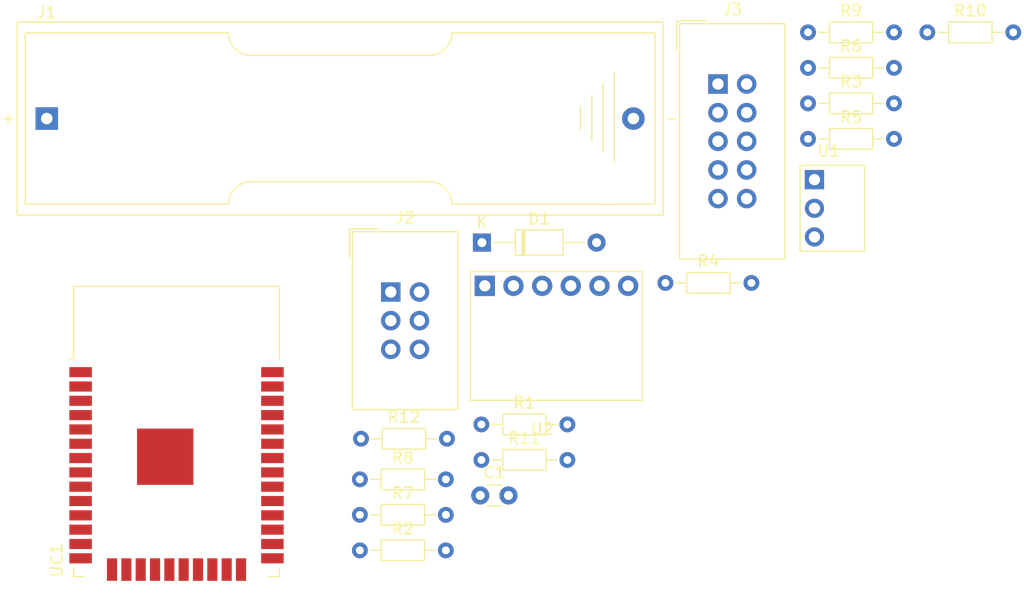
<source format=kicad_pcb>
(kicad_pcb (version 20171130) (host pcbnew "(5.1.5)-3")

  (general
    (thickness 1.6002)
    (drawings 0)
    (tracks 0)
    (zones 0)
    (modules 20)
    (nets 21)
  )

  (page A4)
  (layers
    (0 Front signal)
    (31 Back signal)
    (34 B.Paste user)
    (35 F.Paste user)
    (36 B.SilkS user)
    (37 F.SilkS user)
    (38 B.Mask user)
    (39 F.Mask user)
    (44 Edge.Cuts user)
    (45 Margin user)
    (46 B.CrtYd user)
    (47 F.CrtYd user)
    (49 F.Fab user)
  )

  (setup
    (last_trace_width 0.15875)
    (user_trace_width 0.15875)
    (user_trace_width 0.635)
    (trace_clearance 0.15875)
    (zone_clearance 0.508)
    (zone_45_only no)
    (trace_min 0.1)
    (via_size 0.8)
    (via_drill 0.4)
    (via_min_size 0.15875)
    (via_min_drill 0.2)
    (user_via 0.45 0.2)
    (user_via 0.8 0.4)
    (uvia_size 0.8)
    (uvia_drill 0.4)
    (uvias_allowed no)
    (uvia_min_size 0.2)
    (uvia_min_drill 0.1)
    (edge_width 0.1)
    (segment_width 0.1)
    (pcb_text_width 0.3)
    (pcb_text_size 1.5 1.5)
    (mod_edge_width 0.1)
    (mod_text_size 0.8 0.8)
    (mod_text_width 0.1)
    (pad_size 1.524 1.524)
    (pad_drill 0.762)
    (pad_to_mask_clearance 0)
    (solder_mask_min_width 0.1)
    (aux_axis_origin 0 0)
    (visible_elements 7FFFFFFF)
    (pcbplotparams
      (layerselection 0x010fc_ffffffff)
      (usegerberextensions false)
      (usegerberattributes false)
      (usegerberadvancedattributes false)
      (creategerberjobfile false)
      (excludeedgelayer true)
      (linewidth 0.100000)
      (plotframeref false)
      (viasonmask false)
      (mode 1)
      (useauxorigin false)
      (hpglpennumber 1)
      (hpglpenspeed 20)
      (hpglpendiameter 15.000000)
      (psnegative false)
      (psa4output false)
      (plotreference true)
      (plotvalue true)
      (plotinvisibletext false)
      (padsonsilk false)
      (subtractmaskfromsilk false)
      (outputformat 1)
      (mirror false)
      (drillshape 1)
      (scaleselection 1)
      (outputdirectory ""))
  )

  (net 0 "")
  (net 1 ESP_EN)
  (net 2 GND)
  (net 3 "Net-(D1-Pad2)")
  (net 4 +BATT)
  (net 5 ESP_IO0)
  (net 6 ESP_RXD)
  (net 7 ESP_TXD)
  (net 8 +3V3)
  (net 9 MTDI)
  (net 10 MTDO)
  (net 11 MTCK)
  (net 12 MTMS)
  (net 13 ESP_MTDI)
  (net 14 ESP_MTCK)
  (net 15 ESP_MTMS)
  (net 16 ESP_MTDO)
  (net 17 SDA)
  (net 18 SCL)
  (net 19 ESP_IO5)
  (net 20 ESP_IO2)

  (net_class Default "This is the default net class."
    (clearance 0.15875)
    (trace_width 0.15875)
    (via_dia 0.8)
    (via_drill 0.4)
    (uvia_dia 0.8)
    (uvia_drill 0.4)
    (diff_pair_width 0.25)
    (diff_pair_gap 0.25)
    (add_net +3V3)
    (add_net +BATT)
    (add_net ESP_EN)
    (add_net ESP_IO0)
    (add_net ESP_IO2)
    (add_net ESP_IO5)
    (add_net ESP_MTCK)
    (add_net ESP_MTDI)
    (add_net ESP_MTDO)
    (add_net ESP_MTMS)
    (add_net ESP_RXD)
    (add_net ESP_TXD)
    (add_net GND)
    (add_net MTCK)
    (add_net MTDI)
    (add_net MTDO)
    (add_net MTMS)
    (add_net "Net-(D1-Pad2)")
    (add_net "Net-(J3-Pad10)")
    (add_net "Net-(UC1-Pad10)")
    (add_net "Net-(UC1-Pad11)")
    (add_net "Net-(UC1-Pad12)")
    (add_net "Net-(UC1-Pad17)")
    (add_net "Net-(UC1-Pad18)")
    (add_net "Net-(UC1-Pad19)")
    (add_net "Net-(UC1-Pad20)")
    (add_net "Net-(UC1-Pad21)")
    (add_net "Net-(UC1-Pad22)")
    (add_net "Net-(UC1-Pad26)")
    (add_net "Net-(UC1-Pad27)")
    (add_net "Net-(UC1-Pad28)")
    (add_net "Net-(UC1-Pad30)")
    (add_net "Net-(UC1-Pad31)")
    (add_net "Net-(UC1-Pad32)")
    (add_net "Net-(UC1-Pad37)")
    (add_net "Net-(UC1-Pad5)")
    (add_net "Net-(UC1-Pad6)")
    (add_net "Net-(UC1-Pad7)")
    (add_net "Net-(UC1-Pad8)")
    (add_net "Net-(UC1-Pad9)")
    (add_net SCL)
    (add_net SDA)
  )

  (net_class Wide ""
    (clearance 0.635)
    (trace_width 0.635)
    (via_dia 0.8)
    (via_drill 0.4)
    (uvia_dia 0.8)
    (uvia_drill 0.4)
    (diff_pair_width 0.25)
    (diff_pair_gap 0.25)
  )

  (module Resistor_THT:R_Axial_DIN0204_L3.6mm_D1.6mm_P7.62mm_Horizontal (layer Front) (tedit 5AE5139B) (tstamp 5F5E94C4)
    (at 129.13 65.455)
    (descr "Resistor, Axial_DIN0204 series, Axial, Horizontal, pin pitch=7.62mm, 0.167W, length*diameter=3.6*1.6mm^2, http://cdn-reichelt.de/documents/datenblatt/B400/1_4W%23YAG.pdf")
    (tags "Resistor Axial_DIN0204 series Axial Horizontal pin pitch 7.62mm 0.167W length 3.6mm diameter 1.6mm")
    (path /5F5C0C1A)
    (fp_text reference R12 (at 3.81 -1.92) (layer F.SilkS)
      (effects (font (size 1 1) (thickness 0.15)))
    )
    (fp_text value ? (at 3.81 1.92) (layer F.Fab)
      (effects (font (size 1 1) (thickness 0.15)))
    )
    (fp_text user %R (at 3.81 0) (layer F.Fab)
      (effects (font (size 0.72 0.72) (thickness 0.108)))
    )
    (fp_line (start 8.57 -1.05) (end -0.95 -1.05) (layer F.CrtYd) (width 0.05))
    (fp_line (start 8.57 1.05) (end 8.57 -1.05) (layer F.CrtYd) (width 0.05))
    (fp_line (start -0.95 1.05) (end 8.57 1.05) (layer F.CrtYd) (width 0.05))
    (fp_line (start -0.95 -1.05) (end -0.95 1.05) (layer F.CrtYd) (width 0.05))
    (fp_line (start 6.68 0) (end 5.73 0) (layer F.SilkS) (width 0.12))
    (fp_line (start 0.94 0) (end 1.89 0) (layer F.SilkS) (width 0.12))
    (fp_line (start 5.73 -0.92) (end 1.89 -0.92) (layer F.SilkS) (width 0.12))
    (fp_line (start 5.73 0.92) (end 5.73 -0.92) (layer F.SilkS) (width 0.12))
    (fp_line (start 1.89 0.92) (end 5.73 0.92) (layer F.SilkS) (width 0.12))
    (fp_line (start 1.89 -0.92) (end 1.89 0.92) (layer F.SilkS) (width 0.12))
    (fp_line (start 7.62 0) (end 5.61 0) (layer F.Fab) (width 0.1))
    (fp_line (start 0 0) (end 2.01 0) (layer F.Fab) (width 0.1))
    (fp_line (start 5.61 -0.8) (end 2.01 -0.8) (layer F.Fab) (width 0.1))
    (fp_line (start 5.61 0.8) (end 5.61 -0.8) (layer F.Fab) (width 0.1))
    (fp_line (start 2.01 0.8) (end 5.61 0.8) (layer F.Fab) (width 0.1))
    (fp_line (start 2.01 -0.8) (end 2.01 0.8) (layer F.Fab) (width 0.1))
    (pad 2 thru_hole oval (at 7.62 0) (size 1.4 1.4) (drill 0.7) (layers *.Cu *.Mask)
      (net 1 ESP_EN))
    (pad 1 thru_hole circle (at 0 0) (size 1.4 1.4) (drill 0.7) (layers *.Cu *.Mask)
      (net 8 +3V3))
    (model ${KISYS3DMOD}/Resistor_THT.3dshapes/R_Axial_DIN0204_L3.6mm_D1.6mm_P7.62mm_Horizontal.wrl
      (at (xyz 0 0 0))
      (scale (xyz 1 1 1))
      (rotate (xyz 0 0 0))
    )
  )

  (module RF_Module:ESP32-WROOM-32 (layer Front) (tedit 5B5B4654) (tstamp 5F5E9654)
    (at 112.78 67.805)
    (descr "Single 2.4 GHz Wi-Fi and Bluetooth combo chip https://www.espressif.com/sites/default/files/documentation/esp32-wroom-32_datasheet_en.pdf")
    (tags "Single 2.4 GHz Wi-Fi and Bluetooth combo  chip")
    (path /5F5B8020)
    (attr smd)
    (fp_text reference UC1 (at -10.61 8.43 90) (layer F.SilkS)
      (effects (font (size 1 1) (thickness 0.15)))
    )
    (fp_text value ESP32-WROOM-32 (at 0 11.5) (layer F.Fab)
      (effects (font (size 1 1) (thickness 0.15)))
    )
    (fp_line (start -9.12 -9.445) (end -9.5 -9.445) (layer F.SilkS) (width 0.12))
    (fp_line (start -9.12 -15.865) (end -9.12 -9.445) (layer F.SilkS) (width 0.12))
    (fp_line (start 9.12 -15.865) (end 9.12 -9.445) (layer F.SilkS) (width 0.12))
    (fp_line (start -9.12 -15.865) (end 9.12 -15.865) (layer F.SilkS) (width 0.12))
    (fp_line (start 9.12 9.88) (end 8.12 9.88) (layer F.SilkS) (width 0.12))
    (fp_line (start 9.12 9.1) (end 9.12 9.88) (layer F.SilkS) (width 0.12))
    (fp_line (start -9.12 9.88) (end -8.12 9.88) (layer F.SilkS) (width 0.12))
    (fp_line (start -9.12 9.1) (end -9.12 9.88) (layer F.SilkS) (width 0.12))
    (fp_line (start 8.4 -20.6) (end 8.2 -20.4) (layer Cmts.User) (width 0.1))
    (fp_line (start 8.4 -16) (end 8.4 -20.6) (layer Cmts.User) (width 0.1))
    (fp_line (start 8.4 -20.6) (end 8.6 -20.4) (layer Cmts.User) (width 0.1))
    (fp_line (start 8.4 -16) (end 8.6 -16.2) (layer Cmts.User) (width 0.1))
    (fp_line (start 8.4 -16) (end 8.2 -16.2) (layer Cmts.User) (width 0.1))
    (fp_line (start -9.2 -13.875) (end -9.4 -14.075) (layer Cmts.User) (width 0.1))
    (fp_line (start -13.8 -13.875) (end -9.2 -13.875) (layer Cmts.User) (width 0.1))
    (fp_line (start -9.2 -13.875) (end -9.4 -13.675) (layer Cmts.User) (width 0.1))
    (fp_line (start -13.8 -13.875) (end -13.6 -13.675) (layer Cmts.User) (width 0.1))
    (fp_line (start -13.8 -13.875) (end -13.6 -14.075) (layer Cmts.User) (width 0.1))
    (fp_line (start 9.2 -13.875) (end 9.4 -13.675) (layer Cmts.User) (width 0.1))
    (fp_line (start 9.2 -13.875) (end 9.4 -14.075) (layer Cmts.User) (width 0.1))
    (fp_line (start 13.8 -13.875) (end 13.6 -13.675) (layer Cmts.User) (width 0.1))
    (fp_line (start 13.8 -13.875) (end 13.6 -14.075) (layer Cmts.User) (width 0.1))
    (fp_line (start 9.2 -13.875) (end 13.8 -13.875) (layer Cmts.User) (width 0.1))
    (fp_line (start 14 -11.585) (end 12 -9.97) (layer Dwgs.User) (width 0.1))
    (fp_line (start 14 -13.2) (end 10 -9.97) (layer Dwgs.User) (width 0.1))
    (fp_line (start 14 -14.815) (end 8 -9.97) (layer Dwgs.User) (width 0.1))
    (fp_line (start 14 -16.43) (end 6 -9.97) (layer Dwgs.User) (width 0.1))
    (fp_line (start 14 -18.045) (end 4 -9.97) (layer Dwgs.User) (width 0.1))
    (fp_line (start 14 -19.66) (end 2 -9.97) (layer Dwgs.User) (width 0.1))
    (fp_line (start 13.475 -20.75) (end 0 -9.97) (layer Dwgs.User) (width 0.1))
    (fp_line (start 11.475 -20.75) (end -2 -9.97) (layer Dwgs.User) (width 0.1))
    (fp_line (start 9.475 -20.75) (end -4 -9.97) (layer Dwgs.User) (width 0.1))
    (fp_line (start 7.475 -20.75) (end -6 -9.97) (layer Dwgs.User) (width 0.1))
    (fp_line (start -8 -9.97) (end 5.475 -20.75) (layer Dwgs.User) (width 0.1))
    (fp_line (start 3.475 -20.75) (end -10 -9.97) (layer Dwgs.User) (width 0.1))
    (fp_line (start 1.475 -20.75) (end -12 -9.97) (layer Dwgs.User) (width 0.1))
    (fp_line (start -0.525 -20.75) (end -14 -9.97) (layer Dwgs.User) (width 0.1))
    (fp_line (start -2.525 -20.75) (end -14 -11.585) (layer Dwgs.User) (width 0.1))
    (fp_line (start -4.525 -20.75) (end -14 -13.2) (layer Dwgs.User) (width 0.1))
    (fp_line (start -6.525 -20.75) (end -14 -14.815) (layer Dwgs.User) (width 0.1))
    (fp_line (start -8.525 -20.75) (end -14 -16.43) (layer Dwgs.User) (width 0.1))
    (fp_line (start -10.525 -20.75) (end -14 -18.045) (layer Dwgs.User) (width 0.1))
    (fp_line (start -12.525 -20.75) (end -14 -19.66) (layer Dwgs.User) (width 0.1))
    (fp_line (start 9.75 -9.72) (end 14.25 -9.72) (layer F.CrtYd) (width 0.05))
    (fp_line (start -14.25 -9.72) (end -9.75 -9.72) (layer F.CrtYd) (width 0.05))
    (fp_line (start 14.25 -21) (end 14.25 -9.72) (layer F.CrtYd) (width 0.05))
    (fp_line (start -14.25 -21) (end -14.25 -9.72) (layer F.CrtYd) (width 0.05))
    (fp_line (start 14 -20.75) (end -14 -20.75) (layer Dwgs.User) (width 0.1))
    (fp_line (start 14 -9.97) (end 14 -20.75) (layer Dwgs.User) (width 0.1))
    (fp_line (start 14 -9.97) (end -14 -9.97) (layer Dwgs.User) (width 0.1))
    (fp_line (start -9 -9.02) (end -8.5 -9.52) (layer F.Fab) (width 0.1))
    (fp_line (start -8.5 -9.52) (end -9 -10.02) (layer F.Fab) (width 0.1))
    (fp_line (start -9 -9.02) (end -9 9.76) (layer F.Fab) (width 0.1))
    (fp_line (start -14.25 -21) (end 14.25 -21) (layer F.CrtYd) (width 0.05))
    (fp_line (start 9.75 -9.72) (end 9.75 10.5) (layer F.CrtYd) (width 0.05))
    (fp_line (start -9.75 10.5) (end 9.75 10.5) (layer F.CrtYd) (width 0.05))
    (fp_line (start -9.75 10.5) (end -9.75 -9.72) (layer F.CrtYd) (width 0.05))
    (fp_line (start -9 -15.745) (end 9 -15.745) (layer F.Fab) (width 0.1))
    (fp_line (start -9 -15.745) (end -9 -10.02) (layer F.Fab) (width 0.1))
    (fp_line (start -9 9.76) (end 9 9.76) (layer F.Fab) (width 0.1))
    (fp_line (start 9 9.76) (end 9 -15.745) (layer F.Fab) (width 0.1))
    (fp_line (start -14 -9.97) (end -14 -20.75) (layer Dwgs.User) (width 0.1))
    (fp_text user "5 mm" (at 7.8 -19.075 90) (layer Cmts.User)
      (effects (font (size 0.5 0.5) (thickness 0.1)))
    )
    (fp_text user "5 mm" (at -11.2 -14.375) (layer Cmts.User)
      (effects (font (size 0.5 0.5) (thickness 0.1)))
    )
    (fp_text user "5 mm" (at 11.8 -14.375) (layer Cmts.User)
      (effects (font (size 0.5 0.5) (thickness 0.1)))
    )
    (fp_text user Antenna (at 0 -13) (layer Cmts.User)
      (effects (font (size 1 1) (thickness 0.15)))
    )
    (fp_text user "KEEP-OUT ZONE" (at 0 -19) (layer Cmts.User)
      (effects (font (size 1 1) (thickness 0.15)))
    )
    (fp_text user %R (at 0 0) (layer F.Fab)
      (effects (font (size 1 1) (thickness 0.15)))
    )
    (pad 38 smd rect (at 8.5 -8.255) (size 2 0.9) (layers Front F.Paste F.Mask)
      (net 2 GND))
    (pad 37 smd rect (at 8.5 -6.985) (size 2 0.9) (layers Front F.Paste F.Mask))
    (pad 36 smd rect (at 8.5 -5.715) (size 2 0.9) (layers Front F.Paste F.Mask)
      (net 18 SCL))
    (pad 35 smd rect (at 8.5 -4.445) (size 2 0.9) (layers Front F.Paste F.Mask)
      (net 7 ESP_TXD))
    (pad 34 smd rect (at 8.5 -3.175) (size 2 0.9) (layers Front F.Paste F.Mask)
      (net 6 ESP_RXD))
    (pad 33 smd rect (at 8.5 -1.905) (size 2 0.9) (layers Front F.Paste F.Mask)
      (net 17 SDA))
    (pad 32 smd rect (at 8.5 -0.635) (size 2 0.9) (layers Front F.Paste F.Mask))
    (pad 31 smd rect (at 8.5 0.635) (size 2 0.9) (layers Front F.Paste F.Mask))
    (pad 30 smd rect (at 8.5 1.905) (size 2 0.9) (layers Front F.Paste F.Mask))
    (pad 29 smd rect (at 8.5 3.175) (size 2 0.9) (layers Front F.Paste F.Mask)
      (net 19 ESP_IO5))
    (pad 28 smd rect (at 8.5 4.445) (size 2 0.9) (layers Front F.Paste F.Mask))
    (pad 27 smd rect (at 8.5 5.715) (size 2 0.9) (layers Front F.Paste F.Mask))
    (pad 26 smd rect (at 8.5 6.985) (size 2 0.9) (layers Front F.Paste F.Mask))
    (pad 25 smd rect (at 8.5 8.255) (size 2 0.9) (layers Front F.Paste F.Mask)
      (net 5 ESP_IO0))
    (pad 24 smd rect (at 5.715 9.255 90) (size 2 0.9) (layers Front F.Paste F.Mask)
      (net 20 ESP_IO2))
    (pad 23 smd rect (at 4.445 9.255 90) (size 2 0.9) (layers Front F.Paste F.Mask)
      (net 16 ESP_MTDO))
    (pad 22 smd rect (at 3.175 9.255 90) (size 2 0.9) (layers Front F.Paste F.Mask))
    (pad 21 smd rect (at 1.905 9.255 90) (size 2 0.9) (layers Front F.Paste F.Mask))
    (pad 20 smd rect (at 0.635 9.255 90) (size 2 0.9) (layers Front F.Paste F.Mask))
    (pad 19 smd rect (at -0.635 9.255 90) (size 2 0.9) (layers Front F.Paste F.Mask))
    (pad 18 smd rect (at -1.905 9.255 90) (size 2 0.9) (layers Front F.Paste F.Mask))
    (pad 17 smd rect (at -3.175 9.255 90) (size 2 0.9) (layers Front F.Paste F.Mask))
    (pad 16 smd rect (at -4.445 9.255 90) (size 2 0.9) (layers Front F.Paste F.Mask)
      (net 14 ESP_MTCK))
    (pad 15 smd rect (at -5.715 9.255 90) (size 2 0.9) (layers Front F.Paste F.Mask)
      (net 2 GND))
    (pad 14 smd rect (at -8.5 8.255) (size 2 0.9) (layers Front F.Paste F.Mask)
      (net 13 ESP_MTDI))
    (pad 13 smd rect (at -8.5 6.985) (size 2 0.9) (layers Front F.Paste F.Mask)
      (net 15 ESP_MTMS))
    (pad 12 smd rect (at -8.5 5.715) (size 2 0.9) (layers Front F.Paste F.Mask))
    (pad 11 smd rect (at -8.5 4.445) (size 2 0.9) (layers Front F.Paste F.Mask))
    (pad 10 smd rect (at -8.5 3.175) (size 2 0.9) (layers Front F.Paste F.Mask))
    (pad 9 smd rect (at -8.5 1.905) (size 2 0.9) (layers Front F.Paste F.Mask))
    (pad 8 smd rect (at -8.5 0.635) (size 2 0.9) (layers Front F.Paste F.Mask))
    (pad 7 smd rect (at -8.5 -0.635) (size 2 0.9) (layers Front F.Paste F.Mask))
    (pad 6 smd rect (at -8.5 -1.905) (size 2 0.9) (layers Front F.Paste F.Mask))
    (pad 5 smd rect (at -8.5 -3.175) (size 2 0.9) (layers Front F.Paste F.Mask))
    (pad 4 smd rect (at -8.5 -4.445) (size 2 0.9) (layers Front F.Paste F.Mask)
      (net 4 +BATT))
    (pad 3 smd rect (at -8.5 -5.715) (size 2 0.9) (layers Front F.Paste F.Mask)
      (net 1 ESP_EN))
    (pad 2 smd rect (at -8.5 -6.985) (size 2 0.9) (layers Front F.Paste F.Mask)
      (net 8 +3V3))
    (pad 1 smd rect (at -8.5 -8.255) (size 2 0.9) (layers Front F.Paste F.Mask)
      (net 2 GND))
    (pad 39 smd rect (at -1 -0.755) (size 5 5) (layers Front F.Paste F.Mask)
      (net 2 GND))
    (model ${KISYS3DMOD}/RF_Module.3dshapes/ESP32-WROOM-32.wrl
      (at (xyz 0 0 0))
      (scale (xyz 1 1 1))
      (rotate (xyz 0 0 0))
    )
  )

  (module BME280:BME-280-3.3v-Horizontal (layer Front) (tedit 5F5BD0B6) (tstamp 5F5E95E5)
    (at 145.185 56.97)
    (path /5F67420B)
    (fp_text reference U2 (at 0 7.62) (layer F.SilkS)
      (effects (font (size 1 1) (thickness 0.15)))
    )
    (fp_text value GY-BME280-3.3V (at 1.27 -1.27) (layer F.Fab)
      (effects (font (size 1 1) (thickness 0.15)))
    )
    (fp_line (start 8.89 -6.35) (end -6.35 -6.35) (layer F.SilkS) (width 0.12))
    (fp_line (start 8.89 5.08) (end 8.89 -6.35) (layer F.SilkS) (width 0.12))
    (fp_line (start -6.35 5.08) (end 8.89 5.08) (layer F.SilkS) (width 0.12))
    (fp_line (start -6.35 -6.35) (end -6.35 5.08) (layer F.SilkS) (width 0.12))
    (pad "" np_thru_hole circle (at 6.35 2.54) (size 3.2 3.2) (drill 3.2) (layers *.Cu *.Mask))
    (pad "" np_thru_hole circle (at -3.81 2.54) (size 3.2 3.2) (drill 3.2) (layers *.Cu *.Mask))
    (pad 6 thru_hole circle (at 7.62 -5.08) (size 1.8 1.8) (drill 1) (layers *.Cu *.Mask)
      (net 2 GND))
    (pad 5 thru_hole circle (at 5.08 -5.08) (size 1.8 1.8) (drill 1) (layers *.Cu *.Mask)
      (net 8 +3V3))
    (pad 4 thru_hole circle (at 2.54 -5.08) (size 1.8 1.8) (drill 1) (layers *.Cu *.Mask)
      (net 17 SDA))
    (pad 3 thru_hole circle (at 0 -5.08) (size 1.8 1.8) (drill 1) (layers *.Cu *.Mask)
      (net 18 SCL))
    (pad 2 thru_hole circle (at -2.54 -5.08) (size 1.8 1.8) (drill 1) (layers *.Cu *.Mask)
      (net 2 GND))
    (pad 1 thru_hole rect (at -5.08 -5.08) (size 1.8 1.8) (drill 1) (layers *.Cu *.Mask)
      (net 8 +3V3))
  )

  (module GH-Converter_DCDC:Converter_DCDC_Pololu_U1V5Fx_Vertical (layer Front) (tedit 5F5BF63D) (tstamp 5F5E95D5)
    (at 169.32 42.475)
    (descr https://www.pololu.com/file/0J1498/d24v5fx-step-down-voltage-regulator-dimensions.pdf)
    (tags "Pololu U1V10Fx")
    (path /5F5EF28A)
    (fp_text reference U1 (at 1.27 -2.54) (layer F.SilkS)
      (effects (font (size 1 1) (thickness 0.15)))
    )
    (fp_text value U1V10F3 (at 1.27 10.16 180) (layer F.Fab)
      (effects (font (size 1 1) (thickness 0.15)))
    )
    (fp_line (start -1.52 6.6) (end -1.52 -1.52) (layer F.CrtYd) (width 0.05))
    (fp_line (start 4.7 6.6) (end -1.52 6.6) (layer F.CrtYd) (width 0.05))
    (fp_line (start 4.7 -1.52) (end 4.7 6.6) (layer F.CrtYd) (width 0.05))
    (fp_line (start -1.52 -1.52) (end 4.7 -1.52) (layer F.CrtYd) (width 0.05))
    (fp_text user %R (at 1.27 3.81) (layer F.Fab)
      (effects (font (size 1 1) (thickness 0.15)))
    )
    (fp_line (start 4.445 -1.27) (end -1.27 -1.27) (layer F.Fab) (width 0.1))
    (fp_line (start 4.445 6.35) (end 4.445 -1.27) (layer F.Fab) (width 0.1))
    (fp_line (start -1.27 6.35) (end 4.445 6.35) (layer F.Fab) (width 0.1))
    (fp_line (start -1.27 -1.27) (end -1.27 6.35) (layer F.Fab) (width 0.1))
    (fp_line (start 4.445 -1.27) (end -1.27 -1.27) (layer F.SilkS) (width 0.12))
    (fp_line (start 4.445 6.35) (end 4.445 -1.27) (layer F.SilkS) (width 0.12))
    (fp_line (start -1.27 6.35) (end 4.445 6.35) (layer F.SilkS) (width 0.12))
    (fp_line (start -1.27 -1.27) (end -1.27 6.35) (layer F.SilkS) (width 0.12))
    (pad 3 thru_hole circle (at 0 5.08 270) (size 1.7 1.7) (drill 1) (layers *.Cu *.Mask)
      (net 8 +3V3))
    (pad 2 thru_hole circle (at 0 2.54 270) (size 1.7 1.7) (drill 1) (layers *.Cu *.Mask)
      (net 2 GND))
    (pad 1 thru_hole rect (at 0 0 270) (size 1.7 1.7) (drill 1) (layers *.Cu *.Mask)
      (net 4 +BATT))
    (model ${KISYS3DMOD}/Converter_DCDC.3dshapes/Converter_DCDC_Pololu_U1V10Fx.step
      (offset (xyz 2.54 1.27 2.794))
      (scale (xyz 1 1 1))
      (rotate (xyz -90 0 90))
    )
    (model ${KISYS3DMOD}/Connector_PinHeader_2.54mm.3dshapes/PinHeader_1x03_P2.54mm_Horizontal.step
      (offset (xyz 1.27 -5.08 4.064))
      (scale (xyz 1 1 1))
      (rotate (xyz 0 -90 180))
    )
  )

  (module Resistor_THT:R_Axial_DIN0204_L3.6mm_D1.6mm_P7.62mm_Horizontal (layer Front) (tedit 5AE5139B) (tstamp 5F5E95C1)
    (at 139.8 67.335)
    (descr "Resistor, Axial_DIN0204 series, Axial, Horizontal, pin pitch=7.62mm, 0.167W, length*diameter=3.6*1.6mm^2, http://cdn-reichelt.de/documents/datenblatt/B400/1_4W%23YAG.pdf")
    (tags "Resistor Axial_DIN0204 series Axial Horizontal pin pitch 7.62mm 0.167W length 3.6mm diameter 1.6mm")
    (path /5F783071)
    (fp_text reference R11 (at 3.81 -1.92) (layer F.SilkS)
      (effects (font (size 1 1) (thickness 0.15)))
    )
    (fp_text value 10kR (at 3.81 1.92) (layer F.Fab)
      (effects (font (size 1 1) (thickness 0.15)))
    )
    (fp_text user %R (at 3.81 0) (layer F.Fab)
      (effects (font (size 0.72 0.72) (thickness 0.108)))
    )
    (fp_line (start 8.57 -1.05) (end -0.95 -1.05) (layer F.CrtYd) (width 0.05))
    (fp_line (start 8.57 1.05) (end 8.57 -1.05) (layer F.CrtYd) (width 0.05))
    (fp_line (start -0.95 1.05) (end 8.57 1.05) (layer F.CrtYd) (width 0.05))
    (fp_line (start -0.95 -1.05) (end -0.95 1.05) (layer F.CrtYd) (width 0.05))
    (fp_line (start 6.68 0) (end 5.73 0) (layer F.SilkS) (width 0.12))
    (fp_line (start 0.94 0) (end 1.89 0) (layer F.SilkS) (width 0.12))
    (fp_line (start 5.73 -0.92) (end 1.89 -0.92) (layer F.SilkS) (width 0.12))
    (fp_line (start 5.73 0.92) (end 5.73 -0.92) (layer F.SilkS) (width 0.12))
    (fp_line (start 1.89 0.92) (end 5.73 0.92) (layer F.SilkS) (width 0.12))
    (fp_line (start 1.89 -0.92) (end 1.89 0.92) (layer F.SilkS) (width 0.12))
    (fp_line (start 7.62 0) (end 5.61 0) (layer F.Fab) (width 0.1))
    (fp_line (start 0 0) (end 2.01 0) (layer F.Fab) (width 0.1))
    (fp_line (start 5.61 -0.8) (end 2.01 -0.8) (layer F.Fab) (width 0.1))
    (fp_line (start 5.61 0.8) (end 5.61 -0.8) (layer F.Fab) (width 0.1))
    (fp_line (start 2.01 0.8) (end 5.61 0.8) (layer F.Fab) (width 0.1))
    (fp_line (start 2.01 -0.8) (end 2.01 0.8) (layer F.Fab) (width 0.1))
    (pad 2 thru_hole oval (at 7.62 0) (size 1.4 1.4) (drill 0.7) (layers *.Cu *.Mask)
      (net 20 ESP_IO2))
    (pad 1 thru_hole circle (at 0 0) (size 1.4 1.4) (drill 0.7) (layers *.Cu *.Mask)
      (net 2 GND))
    (model ${KISYS3DMOD}/Resistor_THT.3dshapes/R_Axial_DIN0204_L3.6mm_D1.6mm_P7.62mm_Horizontal.wrl
      (at (xyz 0 0 0))
      (scale (xyz 1 1 1))
      (rotate (xyz 0 0 0))
    )
  )

  (module Resistor_THT:R_Axial_DIN0204_L3.6mm_D1.6mm_P7.62mm_Horizontal (layer Front) (tedit 5AE5139B) (tstamp 5F5E95AA)
    (at 179.32 29.405)
    (descr "Resistor, Axial_DIN0204 series, Axial, Horizontal, pin pitch=7.62mm, 0.167W, length*diameter=3.6*1.6mm^2, http://cdn-reichelt.de/documents/datenblatt/B400/1_4W%23YAG.pdf")
    (tags "Resistor Axial_DIN0204 series Axial Horizontal pin pitch 7.62mm 0.167W length 3.6mm diameter 1.6mm")
    (path /5F78278A)
    (fp_text reference R10 (at 3.81 -1.92) (layer F.SilkS)
      (effects (font (size 1 1) (thickness 0.15)))
    )
    (fp_text value 10kR (at 3.81 1.92) (layer F.Fab)
      (effects (font (size 1 1) (thickness 0.15)))
    )
    (fp_text user %R (at 3.81 0) (layer F.Fab)
      (effects (font (size 0.72 0.72) (thickness 0.108)))
    )
    (fp_line (start 8.57 -1.05) (end -0.95 -1.05) (layer F.CrtYd) (width 0.05))
    (fp_line (start 8.57 1.05) (end 8.57 -1.05) (layer F.CrtYd) (width 0.05))
    (fp_line (start -0.95 1.05) (end 8.57 1.05) (layer F.CrtYd) (width 0.05))
    (fp_line (start -0.95 -1.05) (end -0.95 1.05) (layer F.CrtYd) (width 0.05))
    (fp_line (start 6.68 0) (end 5.73 0) (layer F.SilkS) (width 0.12))
    (fp_line (start 0.94 0) (end 1.89 0) (layer F.SilkS) (width 0.12))
    (fp_line (start 5.73 -0.92) (end 1.89 -0.92) (layer F.SilkS) (width 0.12))
    (fp_line (start 5.73 0.92) (end 5.73 -0.92) (layer F.SilkS) (width 0.12))
    (fp_line (start 1.89 0.92) (end 5.73 0.92) (layer F.SilkS) (width 0.12))
    (fp_line (start 1.89 -0.92) (end 1.89 0.92) (layer F.SilkS) (width 0.12))
    (fp_line (start 7.62 0) (end 5.61 0) (layer F.Fab) (width 0.1))
    (fp_line (start 0 0) (end 2.01 0) (layer F.Fab) (width 0.1))
    (fp_line (start 5.61 -0.8) (end 2.01 -0.8) (layer F.Fab) (width 0.1))
    (fp_line (start 5.61 0.8) (end 5.61 -0.8) (layer F.Fab) (width 0.1))
    (fp_line (start 2.01 0.8) (end 5.61 0.8) (layer F.Fab) (width 0.1))
    (fp_line (start 2.01 -0.8) (end 2.01 0.8) (layer F.Fab) (width 0.1))
    (pad 2 thru_hole oval (at 7.62 0) (size 1.4 1.4) (drill 0.7) (layers *.Cu *.Mask)
      (net 13 ESP_MTDI))
    (pad 1 thru_hole circle (at 0 0) (size 1.4 1.4) (drill 0.7) (layers *.Cu *.Mask)
      (net 2 GND))
    (model ${KISYS3DMOD}/Resistor_THT.3dshapes/R_Axial_DIN0204_L3.6mm_D1.6mm_P7.62mm_Horizontal.wrl
      (at (xyz 0 0 0))
      (scale (xyz 1 1 1))
      (rotate (xyz 0 0 0))
    )
  )

  (module Resistor_THT:R_Axial_DIN0204_L3.6mm_D1.6mm_P7.62mm_Horizontal (layer Front) (tedit 5AE5139B) (tstamp 5F5E9593)
    (at 168.75 29.405)
    (descr "Resistor, Axial_DIN0204 series, Axial, Horizontal, pin pitch=7.62mm, 0.167W, length*diameter=3.6*1.6mm^2, http://cdn-reichelt.de/documents/datenblatt/B400/1_4W%23YAG.pdf")
    (tags "Resistor Axial_DIN0204 series Axial Horizontal pin pitch 7.62mm 0.167W length 3.6mm diameter 1.6mm")
    (path /5F6949B3)
    (fp_text reference R9 (at 3.81 -1.92) (layer F.SilkS)
      (effects (font (size 1 1) (thickness 0.15)))
    )
    (fp_text value 10kR (at 3.81 1.92) (layer F.Fab)
      (effects (font (size 1 1) (thickness 0.15)))
    )
    (fp_text user %R (at 3.81 0) (layer F.Fab)
      (effects (font (size 0.72 0.72) (thickness 0.108)))
    )
    (fp_line (start 8.57 -1.05) (end -0.95 -1.05) (layer F.CrtYd) (width 0.05))
    (fp_line (start 8.57 1.05) (end 8.57 -1.05) (layer F.CrtYd) (width 0.05))
    (fp_line (start -0.95 1.05) (end 8.57 1.05) (layer F.CrtYd) (width 0.05))
    (fp_line (start -0.95 -1.05) (end -0.95 1.05) (layer F.CrtYd) (width 0.05))
    (fp_line (start 6.68 0) (end 5.73 0) (layer F.SilkS) (width 0.12))
    (fp_line (start 0.94 0) (end 1.89 0) (layer F.SilkS) (width 0.12))
    (fp_line (start 5.73 -0.92) (end 1.89 -0.92) (layer F.SilkS) (width 0.12))
    (fp_line (start 5.73 0.92) (end 5.73 -0.92) (layer F.SilkS) (width 0.12))
    (fp_line (start 1.89 0.92) (end 5.73 0.92) (layer F.SilkS) (width 0.12))
    (fp_line (start 1.89 -0.92) (end 1.89 0.92) (layer F.SilkS) (width 0.12))
    (fp_line (start 7.62 0) (end 5.61 0) (layer F.Fab) (width 0.1))
    (fp_line (start 0 0) (end 2.01 0) (layer F.Fab) (width 0.1))
    (fp_line (start 5.61 -0.8) (end 2.01 -0.8) (layer F.Fab) (width 0.1))
    (fp_line (start 5.61 0.8) (end 5.61 -0.8) (layer F.Fab) (width 0.1))
    (fp_line (start 2.01 0.8) (end 5.61 0.8) (layer F.Fab) (width 0.1))
    (fp_line (start 2.01 -0.8) (end 2.01 0.8) (layer F.Fab) (width 0.1))
    (pad 2 thru_hole oval (at 7.62 0) (size 1.4 1.4) (drill 0.7) (layers *.Cu *.Mask)
      (net 19 ESP_IO5))
    (pad 1 thru_hole circle (at 0 0) (size 1.4 1.4) (drill 0.7) (layers *.Cu *.Mask)
      (net 8 +3V3))
    (model ${KISYS3DMOD}/Resistor_THT.3dshapes/R_Axial_DIN0204_L3.6mm_D1.6mm_P7.62mm_Horizontal.wrl
      (at (xyz 0 0 0))
      (scale (xyz 1 1 1))
      (rotate (xyz 0 0 0))
    )
  )

  (module Resistor_THT:R_Axial_DIN0204_L3.6mm_D1.6mm_P7.62mm_Horizontal (layer Front) (tedit 5AE5139B) (tstamp 5F5E957C)
    (at 129.03 69.055)
    (descr "Resistor, Axial_DIN0204 series, Axial, Horizontal, pin pitch=7.62mm, 0.167W, length*diameter=3.6*1.6mm^2, http://cdn-reichelt.de/documents/datenblatt/B400/1_4W%23YAG.pdf")
    (tags "Resistor Axial_DIN0204 series Axial Horizontal pin pitch 7.62mm 0.167W length 3.6mm diameter 1.6mm")
    (path /5F693867)
    (fp_text reference R8 (at 3.81 -1.92) (layer F.SilkS)
      (effects (font (size 1 1) (thickness 0.15)))
    )
    (fp_text value 10kR (at 3.81 1.92) (layer F.Fab)
      (effects (font (size 1 1) (thickness 0.15)))
    )
    (fp_text user %R (at 3.81 0) (layer F.Fab)
      (effects (font (size 0.72 0.72) (thickness 0.108)))
    )
    (fp_line (start 8.57 -1.05) (end -0.95 -1.05) (layer F.CrtYd) (width 0.05))
    (fp_line (start 8.57 1.05) (end 8.57 -1.05) (layer F.CrtYd) (width 0.05))
    (fp_line (start -0.95 1.05) (end 8.57 1.05) (layer F.CrtYd) (width 0.05))
    (fp_line (start -0.95 -1.05) (end -0.95 1.05) (layer F.CrtYd) (width 0.05))
    (fp_line (start 6.68 0) (end 5.73 0) (layer F.SilkS) (width 0.12))
    (fp_line (start 0.94 0) (end 1.89 0) (layer F.SilkS) (width 0.12))
    (fp_line (start 5.73 -0.92) (end 1.89 -0.92) (layer F.SilkS) (width 0.12))
    (fp_line (start 5.73 0.92) (end 5.73 -0.92) (layer F.SilkS) (width 0.12))
    (fp_line (start 1.89 0.92) (end 5.73 0.92) (layer F.SilkS) (width 0.12))
    (fp_line (start 1.89 -0.92) (end 1.89 0.92) (layer F.SilkS) (width 0.12))
    (fp_line (start 7.62 0) (end 5.61 0) (layer F.Fab) (width 0.1))
    (fp_line (start 0 0) (end 2.01 0) (layer F.Fab) (width 0.1))
    (fp_line (start 5.61 -0.8) (end 2.01 -0.8) (layer F.Fab) (width 0.1))
    (fp_line (start 5.61 0.8) (end 5.61 -0.8) (layer F.Fab) (width 0.1))
    (fp_line (start 2.01 0.8) (end 5.61 0.8) (layer F.Fab) (width 0.1))
    (fp_line (start 2.01 -0.8) (end 2.01 0.8) (layer F.Fab) (width 0.1))
    (pad 2 thru_hole oval (at 7.62 0) (size 1.4 1.4) (drill 0.7) (layers *.Cu *.Mask)
      (net 5 ESP_IO0))
    (pad 1 thru_hole circle (at 0 0) (size 1.4 1.4) (drill 0.7) (layers *.Cu *.Mask)
      (net 8 +3V3))
    (model ${KISYS3DMOD}/Resistor_THT.3dshapes/R_Axial_DIN0204_L3.6mm_D1.6mm_P7.62mm_Horizontal.wrl
      (at (xyz 0 0 0))
      (scale (xyz 1 1 1))
      (rotate (xyz 0 0 0))
    )
  )

  (module Resistor_THT:R_Axial_DIN0204_L3.6mm_D1.6mm_P7.62mm_Horizontal (layer Front) (tedit 5AE5139B) (tstamp 5F5E9565)
    (at 129.03 72.205)
    (descr "Resistor, Axial_DIN0204 series, Axial, Horizontal, pin pitch=7.62mm, 0.167W, length*diameter=3.6*1.6mm^2, http://cdn-reichelt.de/documents/datenblatt/B400/1_4W%23YAG.pdf")
    (tags "Resistor Axial_DIN0204 series Axial Horizontal pin pitch 7.62mm 0.167W length 3.6mm diameter 1.6mm")
    (path /5F692D3E)
    (fp_text reference R7 (at 3.81 -1.92) (layer F.SilkS)
      (effects (font (size 1 1) (thickness 0.15)))
    )
    (fp_text value 10kR (at 3.81 1.92) (layer F.Fab)
      (effects (font (size 1 1) (thickness 0.15)))
    )
    (fp_text user %R (at 3.81 0) (layer F.Fab)
      (effects (font (size 0.72 0.72) (thickness 0.108)))
    )
    (fp_line (start 8.57 -1.05) (end -0.95 -1.05) (layer F.CrtYd) (width 0.05))
    (fp_line (start 8.57 1.05) (end 8.57 -1.05) (layer F.CrtYd) (width 0.05))
    (fp_line (start -0.95 1.05) (end 8.57 1.05) (layer F.CrtYd) (width 0.05))
    (fp_line (start -0.95 -1.05) (end -0.95 1.05) (layer F.CrtYd) (width 0.05))
    (fp_line (start 6.68 0) (end 5.73 0) (layer F.SilkS) (width 0.12))
    (fp_line (start 0.94 0) (end 1.89 0) (layer F.SilkS) (width 0.12))
    (fp_line (start 5.73 -0.92) (end 1.89 -0.92) (layer F.SilkS) (width 0.12))
    (fp_line (start 5.73 0.92) (end 5.73 -0.92) (layer F.SilkS) (width 0.12))
    (fp_line (start 1.89 0.92) (end 5.73 0.92) (layer F.SilkS) (width 0.12))
    (fp_line (start 1.89 -0.92) (end 1.89 0.92) (layer F.SilkS) (width 0.12))
    (fp_line (start 7.62 0) (end 5.61 0) (layer F.Fab) (width 0.1))
    (fp_line (start 0 0) (end 2.01 0) (layer F.Fab) (width 0.1))
    (fp_line (start 5.61 -0.8) (end 2.01 -0.8) (layer F.Fab) (width 0.1))
    (fp_line (start 5.61 0.8) (end 5.61 -0.8) (layer F.Fab) (width 0.1))
    (fp_line (start 2.01 0.8) (end 5.61 0.8) (layer F.Fab) (width 0.1))
    (fp_line (start 2.01 -0.8) (end 2.01 0.8) (layer F.Fab) (width 0.1))
    (pad 2 thru_hole oval (at 7.62 0) (size 1.4 1.4) (drill 0.7) (layers *.Cu *.Mask)
      (net 16 ESP_MTDO))
    (pad 1 thru_hole circle (at 0 0) (size 1.4 1.4) (drill 0.7) (layers *.Cu *.Mask)
      (net 8 +3V3))
    (model ${KISYS3DMOD}/Resistor_THT.3dshapes/R_Axial_DIN0204_L3.6mm_D1.6mm_P7.62mm_Horizontal.wrl
      (at (xyz 0 0 0))
      (scale (xyz 1 1 1))
      (rotate (xyz 0 0 0))
    )
  )

  (module Resistor_THT:R_Axial_DIN0204_L3.6mm_D1.6mm_P7.62mm_Horizontal (layer Front) (tedit 5AE5139B) (tstamp 5F5E954E)
    (at 168.75 32.555)
    (descr "Resistor, Axial_DIN0204 series, Axial, Horizontal, pin pitch=7.62mm, 0.167W, length*diameter=3.6*1.6mm^2, http://cdn-reichelt.de/documents/datenblatt/B400/1_4W%23YAG.pdf")
    (tags "Resistor Axial_DIN0204 series Axial Horizontal pin pitch 7.62mm 0.167W length 3.6mm diameter 1.6mm")
    (path /5F683A48)
    (fp_text reference R6 (at 3.81 -1.92) (layer F.SilkS)
      (effects (font (size 1 1) (thickness 0.15)))
    )
    (fp_text value 10kR (at 3.81 1.92) (layer F.Fab)
      (effects (font (size 1 1) (thickness 0.15)))
    )
    (fp_text user %R (at 3.81 0) (layer F.Fab)
      (effects (font (size 0.72 0.72) (thickness 0.108)))
    )
    (fp_line (start 8.57 -1.05) (end -0.95 -1.05) (layer F.CrtYd) (width 0.05))
    (fp_line (start 8.57 1.05) (end 8.57 -1.05) (layer F.CrtYd) (width 0.05))
    (fp_line (start -0.95 1.05) (end 8.57 1.05) (layer F.CrtYd) (width 0.05))
    (fp_line (start -0.95 -1.05) (end -0.95 1.05) (layer F.CrtYd) (width 0.05))
    (fp_line (start 6.68 0) (end 5.73 0) (layer F.SilkS) (width 0.12))
    (fp_line (start 0.94 0) (end 1.89 0) (layer F.SilkS) (width 0.12))
    (fp_line (start 5.73 -0.92) (end 1.89 -0.92) (layer F.SilkS) (width 0.12))
    (fp_line (start 5.73 0.92) (end 5.73 -0.92) (layer F.SilkS) (width 0.12))
    (fp_line (start 1.89 0.92) (end 5.73 0.92) (layer F.SilkS) (width 0.12))
    (fp_line (start 1.89 -0.92) (end 1.89 0.92) (layer F.SilkS) (width 0.12))
    (fp_line (start 7.62 0) (end 5.61 0) (layer F.Fab) (width 0.1))
    (fp_line (start 0 0) (end 2.01 0) (layer F.Fab) (width 0.1))
    (fp_line (start 5.61 -0.8) (end 2.01 -0.8) (layer F.Fab) (width 0.1))
    (fp_line (start 5.61 0.8) (end 5.61 -0.8) (layer F.Fab) (width 0.1))
    (fp_line (start 2.01 0.8) (end 5.61 0.8) (layer F.Fab) (width 0.1))
    (fp_line (start 2.01 -0.8) (end 2.01 0.8) (layer F.Fab) (width 0.1))
    (pad 2 thru_hole oval (at 7.62 0) (size 1.4 1.4) (drill 0.7) (layers *.Cu *.Mask)
      (net 18 SCL))
    (pad 1 thru_hole circle (at 0 0) (size 1.4 1.4) (drill 0.7) (layers *.Cu *.Mask)
      (net 8 +3V3))
    (model ${KISYS3DMOD}/Resistor_THT.3dshapes/R_Axial_DIN0204_L3.6mm_D1.6mm_P7.62mm_Horizontal.wrl
      (at (xyz 0 0 0))
      (scale (xyz 1 1 1))
      (rotate (xyz 0 0 0))
    )
  )

  (module Resistor_THT:R_Axial_DIN0204_L3.6mm_D1.6mm_P7.62mm_Horizontal (layer Front) (tedit 5AE5139B) (tstamp 5F5E9537)
    (at 168.75 38.855)
    (descr "Resistor, Axial_DIN0204 series, Axial, Horizontal, pin pitch=7.62mm, 0.167W, length*diameter=3.6*1.6mm^2, http://cdn-reichelt.de/documents/datenblatt/B400/1_4W%23YAG.pdf")
    (tags "Resistor Axial_DIN0204 series Axial Horizontal pin pitch 7.62mm 0.167W length 3.6mm diameter 1.6mm")
    (path /5F682EF4)
    (fp_text reference R5 (at 3.81 -1.92) (layer F.SilkS)
      (effects (font (size 1 1) (thickness 0.15)))
    )
    (fp_text value 10kR (at 3.81 1.92) (layer F.Fab)
      (effects (font (size 1 1) (thickness 0.15)))
    )
    (fp_text user %R (at 3.81 0) (layer F.Fab)
      (effects (font (size 0.72 0.72) (thickness 0.108)))
    )
    (fp_line (start 8.57 -1.05) (end -0.95 -1.05) (layer F.CrtYd) (width 0.05))
    (fp_line (start 8.57 1.05) (end 8.57 -1.05) (layer F.CrtYd) (width 0.05))
    (fp_line (start -0.95 1.05) (end 8.57 1.05) (layer F.CrtYd) (width 0.05))
    (fp_line (start -0.95 -1.05) (end -0.95 1.05) (layer F.CrtYd) (width 0.05))
    (fp_line (start 6.68 0) (end 5.73 0) (layer F.SilkS) (width 0.12))
    (fp_line (start 0.94 0) (end 1.89 0) (layer F.SilkS) (width 0.12))
    (fp_line (start 5.73 -0.92) (end 1.89 -0.92) (layer F.SilkS) (width 0.12))
    (fp_line (start 5.73 0.92) (end 5.73 -0.92) (layer F.SilkS) (width 0.12))
    (fp_line (start 1.89 0.92) (end 5.73 0.92) (layer F.SilkS) (width 0.12))
    (fp_line (start 1.89 -0.92) (end 1.89 0.92) (layer F.SilkS) (width 0.12))
    (fp_line (start 7.62 0) (end 5.61 0) (layer F.Fab) (width 0.1))
    (fp_line (start 0 0) (end 2.01 0) (layer F.Fab) (width 0.1))
    (fp_line (start 5.61 -0.8) (end 2.01 -0.8) (layer F.Fab) (width 0.1))
    (fp_line (start 5.61 0.8) (end 5.61 -0.8) (layer F.Fab) (width 0.1))
    (fp_line (start 2.01 0.8) (end 5.61 0.8) (layer F.Fab) (width 0.1))
    (fp_line (start 2.01 -0.8) (end 2.01 0.8) (layer F.Fab) (width 0.1))
    (pad 2 thru_hole oval (at 7.62 0) (size 1.4 1.4) (drill 0.7) (layers *.Cu *.Mask)
      (net 17 SDA))
    (pad 1 thru_hole circle (at 0 0) (size 1.4 1.4) (drill 0.7) (layers *.Cu *.Mask)
      (net 8 +3V3))
    (model ${KISYS3DMOD}/Resistor_THT.3dshapes/R_Axial_DIN0204_L3.6mm_D1.6mm_P7.62mm_Horizontal.wrl
      (at (xyz 0 0 0))
      (scale (xyz 1 1 1))
      (rotate (xyz 0 0 0))
    )
  )

  (module Resistor_THT:R_Axial_DIN0204_L3.6mm_D1.6mm_P7.62mm_Horizontal (layer Front) (tedit 5AE5139B) (tstamp 5F5E9520)
    (at 156.11 51.635)
    (descr "Resistor, Axial_DIN0204 series, Axial, Horizontal, pin pitch=7.62mm, 0.167W, length*diameter=3.6*1.6mm^2, http://cdn-reichelt.de/documents/datenblatt/B400/1_4W%23YAG.pdf")
    (tags "Resistor Axial_DIN0204 series Axial Horizontal pin pitch 7.62mm 0.167W length 3.6mm diameter 1.6mm")
    (path /5F5C235F)
    (fp_text reference R4 (at 3.81 -1.92) (layer F.SilkS)
      (effects (font (size 1 1) (thickness 0.15)))
    )
    (fp_text value 100R (at 3.81 1.92) (layer F.Fab)
      (effects (font (size 1 1) (thickness 0.15)))
    )
    (fp_text user %R (at 3.81 0) (layer F.Fab)
      (effects (font (size 0.72 0.72) (thickness 0.108)))
    )
    (fp_line (start 8.57 -1.05) (end -0.95 -1.05) (layer F.CrtYd) (width 0.05))
    (fp_line (start 8.57 1.05) (end 8.57 -1.05) (layer F.CrtYd) (width 0.05))
    (fp_line (start -0.95 1.05) (end 8.57 1.05) (layer F.CrtYd) (width 0.05))
    (fp_line (start -0.95 -1.05) (end -0.95 1.05) (layer F.CrtYd) (width 0.05))
    (fp_line (start 6.68 0) (end 5.73 0) (layer F.SilkS) (width 0.12))
    (fp_line (start 0.94 0) (end 1.89 0) (layer F.SilkS) (width 0.12))
    (fp_line (start 5.73 -0.92) (end 1.89 -0.92) (layer F.SilkS) (width 0.12))
    (fp_line (start 5.73 0.92) (end 5.73 -0.92) (layer F.SilkS) (width 0.12))
    (fp_line (start 1.89 0.92) (end 5.73 0.92) (layer F.SilkS) (width 0.12))
    (fp_line (start 1.89 -0.92) (end 1.89 0.92) (layer F.SilkS) (width 0.12))
    (fp_line (start 7.62 0) (end 5.61 0) (layer F.Fab) (width 0.1))
    (fp_line (start 0 0) (end 2.01 0) (layer F.Fab) (width 0.1))
    (fp_line (start 5.61 -0.8) (end 2.01 -0.8) (layer F.Fab) (width 0.1))
    (fp_line (start 5.61 0.8) (end 5.61 -0.8) (layer F.Fab) (width 0.1))
    (fp_line (start 2.01 0.8) (end 5.61 0.8) (layer F.Fab) (width 0.1))
    (fp_line (start 2.01 -0.8) (end 2.01 0.8) (layer F.Fab) (width 0.1))
    (pad 2 thru_hole oval (at 7.62 0) (size 1.4 1.4) (drill 0.7) (layers *.Cu *.Mask)
      (net 10 MTDO))
    (pad 1 thru_hole circle (at 0 0) (size 1.4 1.4) (drill 0.7) (layers *.Cu *.Mask)
      (net 16 ESP_MTDO))
    (model ${KISYS3DMOD}/Resistor_THT.3dshapes/R_Axial_DIN0204_L3.6mm_D1.6mm_P7.62mm_Horizontal.wrl
      (at (xyz 0 0 0))
      (scale (xyz 1 1 1))
      (rotate (xyz 0 0 0))
    )
  )

  (module Resistor_THT:R_Axial_DIN0204_L3.6mm_D1.6mm_P7.62mm_Horizontal (layer Front) (tedit 5AE5139B) (tstamp 5F5E9509)
    (at 168.75 35.705)
    (descr "Resistor, Axial_DIN0204 series, Axial, Horizontal, pin pitch=7.62mm, 0.167W, length*diameter=3.6*1.6mm^2, http://cdn-reichelt.de/documents/datenblatt/B400/1_4W%23YAG.pdf")
    (tags "Resistor Axial_DIN0204 series Axial Horizontal pin pitch 7.62mm 0.167W length 3.6mm diameter 1.6mm")
    (path /5F5C27DF)
    (fp_text reference R3 (at 3.81 -1.92) (layer F.SilkS)
      (effects (font (size 1 1) (thickness 0.15)))
    )
    (fp_text value 100R (at 3.81 1.92) (layer F.Fab)
      (effects (font (size 1 1) (thickness 0.15)))
    )
    (fp_text user %R (at 3.81 0) (layer F.Fab)
      (effects (font (size 0.72 0.72) (thickness 0.108)))
    )
    (fp_line (start 8.57 -1.05) (end -0.95 -1.05) (layer F.CrtYd) (width 0.05))
    (fp_line (start 8.57 1.05) (end 8.57 -1.05) (layer F.CrtYd) (width 0.05))
    (fp_line (start -0.95 1.05) (end 8.57 1.05) (layer F.CrtYd) (width 0.05))
    (fp_line (start -0.95 -1.05) (end -0.95 1.05) (layer F.CrtYd) (width 0.05))
    (fp_line (start 6.68 0) (end 5.73 0) (layer F.SilkS) (width 0.12))
    (fp_line (start 0.94 0) (end 1.89 0) (layer F.SilkS) (width 0.12))
    (fp_line (start 5.73 -0.92) (end 1.89 -0.92) (layer F.SilkS) (width 0.12))
    (fp_line (start 5.73 0.92) (end 5.73 -0.92) (layer F.SilkS) (width 0.12))
    (fp_line (start 1.89 0.92) (end 5.73 0.92) (layer F.SilkS) (width 0.12))
    (fp_line (start 1.89 -0.92) (end 1.89 0.92) (layer F.SilkS) (width 0.12))
    (fp_line (start 7.62 0) (end 5.61 0) (layer F.Fab) (width 0.1))
    (fp_line (start 0 0) (end 2.01 0) (layer F.Fab) (width 0.1))
    (fp_line (start 5.61 -0.8) (end 2.01 -0.8) (layer F.Fab) (width 0.1))
    (fp_line (start 5.61 0.8) (end 5.61 -0.8) (layer F.Fab) (width 0.1))
    (fp_line (start 2.01 0.8) (end 5.61 0.8) (layer F.Fab) (width 0.1))
    (fp_line (start 2.01 -0.8) (end 2.01 0.8) (layer F.Fab) (width 0.1))
    (pad 2 thru_hole oval (at 7.62 0) (size 1.4 1.4) (drill 0.7) (layers *.Cu *.Mask)
      (net 12 MTMS))
    (pad 1 thru_hole circle (at 0 0) (size 1.4 1.4) (drill 0.7) (layers *.Cu *.Mask)
      (net 15 ESP_MTMS))
    (model ${KISYS3DMOD}/Resistor_THT.3dshapes/R_Axial_DIN0204_L3.6mm_D1.6mm_P7.62mm_Horizontal.wrl
      (at (xyz 0 0 0))
      (scale (xyz 1 1 1))
      (rotate (xyz 0 0 0))
    )
  )

  (module Resistor_THT:R_Axial_DIN0204_L3.6mm_D1.6mm_P7.62mm_Horizontal (layer Front) (tedit 5AE5139B) (tstamp 5F5E94F2)
    (at 129.03 75.355)
    (descr "Resistor, Axial_DIN0204 series, Axial, Horizontal, pin pitch=7.62mm, 0.167W, length*diameter=3.6*1.6mm^2, http://cdn-reichelt.de/documents/datenblatt/B400/1_4W%23YAG.pdf")
    (tags "Resistor Axial_DIN0204 series Axial Horizontal pin pitch 7.62mm 0.167W length 3.6mm diameter 1.6mm")
    (path /5F5C13CB)
    (fp_text reference R2 (at 3.81 -1.92) (layer F.SilkS)
      (effects (font (size 1 1) (thickness 0.15)))
    )
    (fp_text value 100R (at 3.81 1.92) (layer F.Fab)
      (effects (font (size 1 1) (thickness 0.15)))
    )
    (fp_text user %R (at 3.81 0) (layer F.Fab)
      (effects (font (size 0.72 0.72) (thickness 0.108)))
    )
    (fp_line (start 8.57 -1.05) (end -0.95 -1.05) (layer F.CrtYd) (width 0.05))
    (fp_line (start 8.57 1.05) (end 8.57 -1.05) (layer F.CrtYd) (width 0.05))
    (fp_line (start -0.95 1.05) (end 8.57 1.05) (layer F.CrtYd) (width 0.05))
    (fp_line (start -0.95 -1.05) (end -0.95 1.05) (layer F.CrtYd) (width 0.05))
    (fp_line (start 6.68 0) (end 5.73 0) (layer F.SilkS) (width 0.12))
    (fp_line (start 0.94 0) (end 1.89 0) (layer F.SilkS) (width 0.12))
    (fp_line (start 5.73 -0.92) (end 1.89 -0.92) (layer F.SilkS) (width 0.12))
    (fp_line (start 5.73 0.92) (end 5.73 -0.92) (layer F.SilkS) (width 0.12))
    (fp_line (start 1.89 0.92) (end 5.73 0.92) (layer F.SilkS) (width 0.12))
    (fp_line (start 1.89 -0.92) (end 1.89 0.92) (layer F.SilkS) (width 0.12))
    (fp_line (start 7.62 0) (end 5.61 0) (layer F.Fab) (width 0.1))
    (fp_line (start 0 0) (end 2.01 0) (layer F.Fab) (width 0.1))
    (fp_line (start 5.61 -0.8) (end 2.01 -0.8) (layer F.Fab) (width 0.1))
    (fp_line (start 5.61 0.8) (end 5.61 -0.8) (layer F.Fab) (width 0.1))
    (fp_line (start 2.01 0.8) (end 5.61 0.8) (layer F.Fab) (width 0.1))
    (fp_line (start 2.01 -0.8) (end 2.01 0.8) (layer F.Fab) (width 0.1))
    (pad 2 thru_hole oval (at 7.62 0) (size 1.4 1.4) (drill 0.7) (layers *.Cu *.Mask)
      (net 11 MTCK))
    (pad 1 thru_hole circle (at 0 0) (size 1.4 1.4) (drill 0.7) (layers *.Cu *.Mask)
      (net 14 ESP_MTCK))
    (model ${KISYS3DMOD}/Resistor_THT.3dshapes/R_Axial_DIN0204_L3.6mm_D1.6mm_P7.62mm_Horizontal.wrl
      (at (xyz 0 0 0))
      (scale (xyz 1 1 1))
      (rotate (xyz 0 0 0))
    )
  )

  (module Resistor_THT:R_Axial_DIN0204_L3.6mm_D1.6mm_P7.62mm_Horizontal (layer Front) (tedit 5AE5139B) (tstamp 5F5E94DB)
    (at 139.8 64.185)
    (descr "Resistor, Axial_DIN0204 series, Axial, Horizontal, pin pitch=7.62mm, 0.167W, length*diameter=3.6*1.6mm^2, http://cdn-reichelt.de/documents/datenblatt/B400/1_4W%23YAG.pdf")
    (tags "Resistor Axial_DIN0204 series Axial Horizontal pin pitch 7.62mm 0.167W length 3.6mm diameter 1.6mm")
    (path /5F5C19B6)
    (fp_text reference R1 (at 3.81 -1.92) (layer F.SilkS)
      (effects (font (size 1 1) (thickness 0.15)))
    )
    (fp_text value 100R (at 3.81 1.92) (layer F.Fab)
      (effects (font (size 1 1) (thickness 0.15)))
    )
    (fp_text user %R (at 3.81 0) (layer F.Fab)
      (effects (font (size 0.72 0.72) (thickness 0.108)))
    )
    (fp_line (start 8.57 -1.05) (end -0.95 -1.05) (layer F.CrtYd) (width 0.05))
    (fp_line (start 8.57 1.05) (end 8.57 -1.05) (layer F.CrtYd) (width 0.05))
    (fp_line (start -0.95 1.05) (end 8.57 1.05) (layer F.CrtYd) (width 0.05))
    (fp_line (start -0.95 -1.05) (end -0.95 1.05) (layer F.CrtYd) (width 0.05))
    (fp_line (start 6.68 0) (end 5.73 0) (layer F.SilkS) (width 0.12))
    (fp_line (start 0.94 0) (end 1.89 0) (layer F.SilkS) (width 0.12))
    (fp_line (start 5.73 -0.92) (end 1.89 -0.92) (layer F.SilkS) (width 0.12))
    (fp_line (start 5.73 0.92) (end 5.73 -0.92) (layer F.SilkS) (width 0.12))
    (fp_line (start 1.89 0.92) (end 5.73 0.92) (layer F.SilkS) (width 0.12))
    (fp_line (start 1.89 -0.92) (end 1.89 0.92) (layer F.SilkS) (width 0.12))
    (fp_line (start 7.62 0) (end 5.61 0) (layer F.Fab) (width 0.1))
    (fp_line (start 0 0) (end 2.01 0) (layer F.Fab) (width 0.1))
    (fp_line (start 5.61 -0.8) (end 2.01 -0.8) (layer F.Fab) (width 0.1))
    (fp_line (start 5.61 0.8) (end 5.61 -0.8) (layer F.Fab) (width 0.1))
    (fp_line (start 2.01 0.8) (end 5.61 0.8) (layer F.Fab) (width 0.1))
    (fp_line (start 2.01 -0.8) (end 2.01 0.8) (layer F.Fab) (width 0.1))
    (pad 2 thru_hole oval (at 7.62 0) (size 1.4 1.4) (drill 0.7) (layers *.Cu *.Mask)
      (net 9 MTDI))
    (pad 1 thru_hole circle (at 0 0) (size 1.4 1.4) (drill 0.7) (layers *.Cu *.Mask)
      (net 13 ESP_MTDI))
    (model ${KISYS3DMOD}/Resistor_THT.3dshapes/R_Axial_DIN0204_L3.6mm_D1.6mm_P7.62mm_Horizontal.wrl
      (at (xyz 0 0 0))
      (scale (xyz 1 1 1))
      (rotate (xyz 0 0 0))
    )
  )

  (module Connector_IDC:IDC-Header_2x05_P2.54mm_Vertical (layer Front) (tedit 59DE0611) (tstamp 5F5E94AD)
    (at 160.77 33.99)
    (descr "Through hole straight IDC box header, 2x05, 2.54mm pitch, double rows")
    (tags "Through hole IDC box header THT 2x05 2.54mm double row")
    (path /5F5BBC64)
    (fp_text reference J3 (at 1.27 -6.604) (layer F.SilkS)
      (effects (font (size 1 1) (thickness 0.15)))
    )
    (fp_text value JTAG (at 1.27 16.764) (layer F.Fab)
      (effects (font (size 1 1) (thickness 0.15)))
    )
    (fp_line (start -3.655 -5.6) (end -1.115 -5.6) (layer F.SilkS) (width 0.12))
    (fp_line (start -3.655 -5.6) (end -3.655 -3.06) (layer F.SilkS) (width 0.12))
    (fp_line (start -3.405 -5.35) (end 5.945 -5.35) (layer F.SilkS) (width 0.12))
    (fp_line (start -3.405 15.51) (end -3.405 -5.35) (layer F.SilkS) (width 0.12))
    (fp_line (start 5.945 15.51) (end -3.405 15.51) (layer F.SilkS) (width 0.12))
    (fp_line (start 5.945 -5.35) (end 5.945 15.51) (layer F.SilkS) (width 0.12))
    (fp_line (start -3.41 -5.35) (end 5.95 -5.35) (layer F.CrtYd) (width 0.05))
    (fp_line (start -3.41 15.51) (end -3.41 -5.35) (layer F.CrtYd) (width 0.05))
    (fp_line (start 5.95 15.51) (end -3.41 15.51) (layer F.CrtYd) (width 0.05))
    (fp_line (start 5.95 -5.35) (end 5.95 15.51) (layer F.CrtYd) (width 0.05))
    (fp_line (start -3.155 15.26) (end -2.605 14.7) (layer F.Fab) (width 0.1))
    (fp_line (start -3.155 -5.1) (end -2.605 -4.56) (layer F.Fab) (width 0.1))
    (fp_line (start 5.695 15.26) (end 5.145 14.7) (layer F.Fab) (width 0.1))
    (fp_line (start 5.695 -5.1) (end 5.145 -4.56) (layer F.Fab) (width 0.1))
    (fp_line (start 5.145 14.7) (end -2.605 14.7) (layer F.Fab) (width 0.1))
    (fp_line (start 5.695 15.26) (end -3.155 15.26) (layer F.Fab) (width 0.1))
    (fp_line (start 5.145 -4.56) (end -2.605 -4.56) (layer F.Fab) (width 0.1))
    (fp_line (start 5.695 -5.1) (end -3.155 -5.1) (layer F.Fab) (width 0.1))
    (fp_line (start -2.605 7.33) (end -3.155 7.33) (layer F.Fab) (width 0.1))
    (fp_line (start -2.605 2.83) (end -3.155 2.83) (layer F.Fab) (width 0.1))
    (fp_line (start -2.605 7.33) (end -2.605 14.7) (layer F.Fab) (width 0.1))
    (fp_line (start -2.605 -4.56) (end -2.605 2.83) (layer F.Fab) (width 0.1))
    (fp_line (start -3.155 -5.1) (end -3.155 15.26) (layer F.Fab) (width 0.1))
    (fp_line (start 5.145 -4.56) (end 5.145 14.7) (layer F.Fab) (width 0.1))
    (fp_line (start 5.695 -5.1) (end 5.695 15.26) (layer F.Fab) (width 0.1))
    (fp_text user %R (at 1.27 5.08) (layer F.Fab)
      (effects (font (size 1 1) (thickness 0.15)))
    )
    (pad 10 thru_hole oval (at 2.54 10.16) (size 1.7272 1.7272) (drill 1.016) (layers *.Cu *.Mask))
    (pad 9 thru_hole oval (at 0 10.16) (size 1.7272 1.7272) (drill 1.016) (layers *.Cu *.Mask)
      (net 2 GND))
    (pad 8 thru_hole oval (at 2.54 7.62) (size 1.7272 1.7272) (drill 1.016) (layers *.Cu *.Mask)
      (net 9 MTDI))
    (pad 7 thru_hole oval (at 0 7.62) (size 1.7272 1.7272) (drill 1.016) (layers *.Cu *.Mask)
      (net 2 GND))
    (pad 6 thru_hole oval (at 2.54 5.08) (size 1.7272 1.7272) (drill 1.016) (layers *.Cu *.Mask)
      (net 10 MTDO))
    (pad 5 thru_hole oval (at 0 5.08) (size 1.7272 1.7272) (drill 1.016) (layers *.Cu *.Mask)
      (net 2 GND))
    (pad 4 thru_hole oval (at 2.54 2.54) (size 1.7272 1.7272) (drill 1.016) (layers *.Cu *.Mask)
      (net 11 MTCK))
    (pad 3 thru_hole oval (at 0 2.54) (size 1.7272 1.7272) (drill 1.016) (layers *.Cu *.Mask)
      (net 2 GND))
    (pad 2 thru_hole oval (at 2.54 0) (size 1.7272 1.7272) (drill 1.016) (layers *.Cu *.Mask)
      (net 12 MTMS))
    (pad 1 thru_hole rect (at 0 0) (size 1.7272 1.7272) (drill 1.016) (layers *.Cu *.Mask)
      (net 8 +3V3))
    (model ${KISYS3DMOD}/Connector_IDC.3dshapes/IDC-Header_2x05_P2.54mm_Vertical.wrl
      (at (xyz 0 0 0))
      (scale (xyz 1 1 1))
      (rotate (xyz 0 0 0))
    )
  )

  (module Connector_IDC:IDC-Header_2x03_P2.54mm_Vertical (layer Front) (tedit 59DE0819) (tstamp 5F5E9485)
    (at 131.77 52.44)
    (descr "Through hole straight IDC box header, 2x03, 2.54mm pitch, double rows")
    (tags "Through hole IDC box header THT 2x03 2.54mm double row")
    (path /5F5BAE05)
    (fp_text reference J2 (at 1.27 -6.604) (layer F.SilkS)
      (effects (font (size 1 1) (thickness 0.15)))
    )
    (fp_text value PROG (at 1.27 11.684) (layer F.Fab)
      (effects (font (size 1 1) (thickness 0.15)))
    )
    (fp_line (start -3.655 -5.6) (end -1.115 -5.6) (layer F.SilkS) (width 0.12))
    (fp_line (start -3.655 -5.6) (end -3.655 -3.06) (layer F.SilkS) (width 0.12))
    (fp_line (start -3.405 -5.35) (end 5.945 -5.35) (layer F.SilkS) (width 0.12))
    (fp_line (start -3.405 10.43) (end -3.405 -5.35) (layer F.SilkS) (width 0.12))
    (fp_line (start 5.945 10.43) (end -3.405 10.43) (layer F.SilkS) (width 0.12))
    (fp_line (start 5.945 -5.35) (end 5.945 10.43) (layer F.SilkS) (width 0.12))
    (fp_line (start -3.41 -5.35) (end 5.95 -5.35) (layer F.CrtYd) (width 0.05))
    (fp_line (start -3.41 10.43) (end -3.41 -5.35) (layer F.CrtYd) (width 0.05))
    (fp_line (start 5.95 10.43) (end -3.41 10.43) (layer F.CrtYd) (width 0.05))
    (fp_line (start 5.95 -5.35) (end 5.95 10.43) (layer F.CrtYd) (width 0.05))
    (fp_line (start -3.155 10.18) (end -2.605 9.62) (layer F.Fab) (width 0.1))
    (fp_line (start -3.155 -5.1) (end -2.605 -4.56) (layer F.Fab) (width 0.1))
    (fp_line (start 5.695 10.18) (end 5.145 9.62) (layer F.Fab) (width 0.1))
    (fp_line (start 5.695 -5.1) (end 5.145 -4.56) (layer F.Fab) (width 0.1))
    (fp_line (start 5.145 9.62) (end -2.605 9.62) (layer F.Fab) (width 0.1))
    (fp_line (start 5.695 10.18) (end -3.155 10.18) (layer F.Fab) (width 0.1))
    (fp_line (start 5.145 -4.56) (end -2.605 -4.56) (layer F.Fab) (width 0.1))
    (fp_line (start 5.695 -5.1) (end -3.155 -5.1) (layer F.Fab) (width 0.1))
    (fp_line (start -2.605 4.79) (end -3.155 4.79) (layer F.Fab) (width 0.1))
    (fp_line (start -2.605 0.29) (end -3.155 0.29) (layer F.Fab) (width 0.1))
    (fp_line (start -2.605 4.79) (end -2.605 9.62) (layer F.Fab) (width 0.1))
    (fp_line (start -2.605 -4.56) (end -2.605 0.29) (layer F.Fab) (width 0.1))
    (fp_line (start -3.155 -5.1) (end -3.155 10.18) (layer F.Fab) (width 0.1))
    (fp_line (start 5.145 -4.56) (end 5.145 9.62) (layer F.Fab) (width 0.1))
    (fp_line (start 5.695 -5.1) (end 5.695 10.18) (layer F.Fab) (width 0.1))
    (fp_text user %R (at 1.27 2.54) (layer F.Fab)
      (effects (font (size 1 1) (thickness 0.15)))
    )
    (pad 6 thru_hole oval (at 2.54 5.08) (size 1.7272 1.7272) (drill 1.016) (layers *.Cu *.Mask)
      (net 5 ESP_IO0))
    (pad 5 thru_hole oval (at 0 5.08) (size 1.7272 1.7272) (drill 1.016) (layers *.Cu *.Mask)
      (net 6 ESP_RXD))
    (pad 4 thru_hole oval (at 2.54 2.54) (size 1.7272 1.7272) (drill 1.016) (layers *.Cu *.Mask)
      (net 2 GND))
    (pad 3 thru_hole oval (at 0 2.54) (size 1.7272 1.7272) (drill 1.016) (layers *.Cu *.Mask)
      (net 7 ESP_TXD))
    (pad 2 thru_hole oval (at 2.54 0) (size 1.7272 1.7272) (drill 1.016) (layers *.Cu *.Mask)
      (net 8 +3V3))
    (pad 1 thru_hole rect (at 0 0) (size 1.7272 1.7272) (drill 1.016) (layers *.Cu *.Mask)
      (net 1 ESP_EN))
    (model ${KISYS3DMOD}/Connector_IDC.3dshapes/IDC-Header_2x03_P2.54mm_Vertical.wrl
      (at (xyz 0 0 0))
      (scale (xyz 1 1 1))
      (rotate (xyz 0 0 0))
    )
  )

  (module Battery:BatteryHolder_Keystone_2460_1xAA (layer Front) (tedit 5DBEA3CC) (tstamp 5F5E9461)
    (at 101.28 37.055)
    (descr https://www.keyelco.com/product-pdf.cfm?p=1025)
    (tags "AA battery cell holder")
    (path /5F5EC2D7)
    (fp_text reference J1 (at -0.02 -9.42 180) (layer F.SilkS)
      (effects (font (size 1 1) (thickness 0.15)))
    )
    (fp_text value BatteryHolder+1xAA (at 24.5 0 180) (layer F.Fab)
      (effects (font (size 1 1) (thickness 0.15)))
    )
    (fp_line (start 54.5 8.445) (end 54.5 -8.445) (layer F.Fab) (width 0.1))
    (fp_line (start -2.5 8.445) (end 54.5 8.445) (layer F.Fab) (width 0.1))
    (fp_line (start -2.5 -8.445) (end -2.5 8.445) (layer F.Fab) (width 0.1))
    (fp_line (start 54.5 -8.445) (end -2.5 -8.445) (layer F.Fab) (width 0.1))
    (fp_line (start -2.75 8.7) (end -2.75 -8.7) (layer F.CrtYd) (width 0.05))
    (fp_line (start -2.75 -8.7) (end 54.75 -8.7) (layer F.CrtYd) (width 0.05))
    (fp_line (start 54.75 -8.7) (end 54.75 8.7) (layer F.CrtYd) (width 0.05))
    (fp_line (start 54.75 8.7) (end -2.75 8.7) (layer F.CrtYd) (width 0.05))
    (fp_text user + (at -3.4 -0.06) (layer F.SilkS)
      (effects (font (size 1 1) (thickness 0.15)))
    )
    (fp_text user - (at 55.37 -0.06) (layer F.SilkS)
      (effects (font (size 1 1) (thickness 0.15)))
    )
    (fp_line (start 48.31 -2.06) (end 48.31 1.94) (layer F.SilkS) (width 0.12))
    (fp_line (start 49.31 2.94) (end 49.31 -3.06) (layer F.SilkS) (width 0.12))
    (fp_line (start 50.31 -4.06) (end 50.31 3.94) (layer F.SilkS) (width 0.12))
    (fp_line (start 47.31 -1.06) (end 47.31 0.94) (layer F.SilkS) (width 0.12))
    (fp_line (start 54.62 -8.565) (end 54.62 8.565) (layer F.SilkS) (width 0.12))
    (fp_line (start 54.62 8.565) (end -2.62 8.565) (layer F.SilkS) (width 0.12))
    (fp_line (start -2.62 8.565) (end -2.62 -8.565) (layer F.SilkS) (width 0.12))
    (fp_line (start -2.62 -8.565) (end 54.62 -8.565) (layer F.SilkS) (width 0.12))
    (fp_text user %R (at 0.01 -0.06) (layer F.Fab)
      (effects (font (size 1 1) (thickness 0.15)))
    )
    (fp_line (start -1.9 -7.6) (end -1.9 7.6) (layer F.SilkS) (width 0.12))
    (fp_line (start -1.9 7.6) (end 16.1 7.6) (layer F.SilkS) (width 0.12))
    (fp_line (start 53.9 -7.6) (end 53.9 7.6) (layer F.SilkS) (width 0.12))
    (fp_line (start -1.9 -7.6) (end 16.1 -7.6) (layer F.SilkS) (width 0.12))
    (fp_line (start 35.9 -7.6) (end 53.9 -7.6) (layer F.SilkS) (width 0.12))
    (fp_line (start 35.9 7.6) (end 53.9 7.6) (layer F.SilkS) (width 0.12))
    (fp_arc (start 18.1 7.6) (end 18.1 5.6) (angle -90) (layer F.SilkS) (width 0.12))
    (fp_arc (start 33.9 7.6) (end 35.9 7.6) (angle -90) (layer F.SilkS) (width 0.12))
    (fp_arc (start 33.9 -7.6) (end 33.9 -5.6) (angle -90) (layer F.SilkS) (width 0.12))
    (fp_arc (start 18.1 -7.6) (end 16.1 -7.6) (angle -90) (layer F.SilkS) (width 0.12))
    (fp_line (start 18.1 -5.6) (end 33.9 -5.6) (layer F.SilkS) (width 0.12))
    (fp_line (start 33.9 5.6) (end 18.1 5.6) (layer F.SilkS) (width 0.12))
    (pad 1 thru_hole rect (at 0 0 180) (size 2 2) (drill 1.02) (layers *.Cu *.Mask)
      (net 3 "Net-(D1-Pad2)"))
    (pad 2 thru_hole circle (at 51.99 0 180) (size 2 2) (drill 1.02) (layers *.Cu *.Mask)
      (net 2 GND))
    (pad "" np_thru_hole circle (at 49.23 5.995) (size 2.64 2.64) (drill 2.64) (layers *.Cu *.Mask))
    (pad "" np_thru_hole circle (at 2.75 -5.995 90) (size 2.64 2.64) (drill 2.64) (layers *.Cu *.Mask))
    (model ${KISYS3DMOD}/Battery.3dshapes/BatteryHolder_Keystone_2460_1xAA.wrl
      (at (xyz 0 0 0))
      (scale (xyz 1 1 1))
      (rotate (xyz 0 0 0))
    )
  )

  (module Diode_THT:D_DO-35_SOD27_P10.16mm_Horizontal (layer Front) (tedit 5AE50CD5) (tstamp 5F5E943A)
    (at 139.85 48.055)
    (descr "Diode, DO-35_SOD27 series, Axial, Horizontal, pin pitch=10.16mm, , length*diameter=4*2mm^2, , http://www.diodes.com/_files/packages/DO-35.pdf")
    (tags "Diode DO-35_SOD27 series Axial Horizontal pin pitch 10.16mm  length 4mm diameter 2mm")
    (path /5F633536)
    (fp_text reference D1 (at 5.08 -2.12) (layer F.SilkS)
      (effects (font (size 1 1) (thickness 0.15)))
    )
    (fp_text value D_Schottky (at 5.08 2.12) (layer F.Fab)
      (effects (font (size 1 1) (thickness 0.15)))
    )
    (fp_text user K (at 0 -1.8) (layer F.SilkS)
      (effects (font (size 1 1) (thickness 0.15)))
    )
    (fp_text user K (at 0 -1.8) (layer F.Fab)
      (effects (font (size 1 1) (thickness 0.15)))
    )
    (fp_text user %R (at 5.38 0) (layer F.Fab)
      (effects (font (size 0.8 0.8) (thickness 0.12)))
    )
    (fp_line (start 11.21 -1.25) (end -1.05 -1.25) (layer F.CrtYd) (width 0.05))
    (fp_line (start 11.21 1.25) (end 11.21 -1.25) (layer F.CrtYd) (width 0.05))
    (fp_line (start -1.05 1.25) (end 11.21 1.25) (layer F.CrtYd) (width 0.05))
    (fp_line (start -1.05 -1.25) (end -1.05 1.25) (layer F.CrtYd) (width 0.05))
    (fp_line (start 3.56 -1.12) (end 3.56 1.12) (layer F.SilkS) (width 0.12))
    (fp_line (start 3.8 -1.12) (end 3.8 1.12) (layer F.SilkS) (width 0.12))
    (fp_line (start 3.68 -1.12) (end 3.68 1.12) (layer F.SilkS) (width 0.12))
    (fp_line (start 9.12 0) (end 7.2 0) (layer F.SilkS) (width 0.12))
    (fp_line (start 1.04 0) (end 2.96 0) (layer F.SilkS) (width 0.12))
    (fp_line (start 7.2 -1.12) (end 2.96 -1.12) (layer F.SilkS) (width 0.12))
    (fp_line (start 7.2 1.12) (end 7.2 -1.12) (layer F.SilkS) (width 0.12))
    (fp_line (start 2.96 1.12) (end 7.2 1.12) (layer F.SilkS) (width 0.12))
    (fp_line (start 2.96 -1.12) (end 2.96 1.12) (layer F.SilkS) (width 0.12))
    (fp_line (start 3.58 -1) (end 3.58 1) (layer F.Fab) (width 0.1))
    (fp_line (start 3.78 -1) (end 3.78 1) (layer F.Fab) (width 0.1))
    (fp_line (start 3.68 -1) (end 3.68 1) (layer F.Fab) (width 0.1))
    (fp_line (start 10.16 0) (end 7.08 0) (layer F.Fab) (width 0.1))
    (fp_line (start 0 0) (end 3.08 0) (layer F.Fab) (width 0.1))
    (fp_line (start 7.08 -1) (end 3.08 -1) (layer F.Fab) (width 0.1))
    (fp_line (start 7.08 1) (end 7.08 -1) (layer F.Fab) (width 0.1))
    (fp_line (start 3.08 1) (end 7.08 1) (layer F.Fab) (width 0.1))
    (fp_line (start 3.08 -1) (end 3.08 1) (layer F.Fab) (width 0.1))
    (pad 2 thru_hole oval (at 10.16 0) (size 1.6 1.6) (drill 0.8) (layers *.Cu *.Mask)
      (net 3 "Net-(D1-Pad2)"))
    (pad 1 thru_hole rect (at 0 0) (size 1.6 1.6) (drill 0.8) (layers *.Cu *.Mask)
      (net 4 +BATT))
    (model ${KISYS3DMOD}/Diode_THT.3dshapes/D_DO-35_SOD27_P10.16mm_Horizontal.wrl
      (at (xyz 0 0 0))
      (scale (xyz 1 1 1))
      (rotate (xyz 0 0 0))
    )
  )

  (module Capacitor_THT:C_Disc_D3.0mm_W1.6mm_P2.50mm (layer Front) (tedit 5AE50EF0) (tstamp 5F5E941B)
    (at 139.7 70.485)
    (descr "C, Disc series, Radial, pin pitch=2.50mm, , diameter*width=3.0*1.6mm^2, Capacitor, http://www.vishay.com/docs/45233/krseries.pdf")
    (tags "C Disc series Radial pin pitch 2.50mm  diameter 3.0mm width 1.6mm Capacitor")
    (path /5F5C0513)
    (fp_text reference C1 (at 1.25 -2.05) (layer F.SilkS)
      (effects (font (size 1 1) (thickness 0.15)))
    )
    (fp_text value ? (at 1.25 2.05) (layer F.Fab)
      (effects (font (size 1 1) (thickness 0.15)))
    )
    (fp_text user %R (at 1.25 0) (layer F.Fab)
      (effects (font (size 0.6 0.6) (thickness 0.09)))
    )
    (fp_line (start 3.55 -1.05) (end -1.05 -1.05) (layer F.CrtYd) (width 0.05))
    (fp_line (start 3.55 1.05) (end 3.55 -1.05) (layer F.CrtYd) (width 0.05))
    (fp_line (start -1.05 1.05) (end 3.55 1.05) (layer F.CrtYd) (width 0.05))
    (fp_line (start -1.05 -1.05) (end -1.05 1.05) (layer F.CrtYd) (width 0.05))
    (fp_line (start 0.621 0.92) (end 1.879 0.92) (layer F.SilkS) (width 0.12))
    (fp_line (start 0.621 -0.92) (end 1.879 -0.92) (layer F.SilkS) (width 0.12))
    (fp_line (start 2.75 -0.8) (end -0.25 -0.8) (layer F.Fab) (width 0.1))
    (fp_line (start 2.75 0.8) (end 2.75 -0.8) (layer F.Fab) (width 0.1))
    (fp_line (start -0.25 0.8) (end 2.75 0.8) (layer F.Fab) (width 0.1))
    (fp_line (start -0.25 -0.8) (end -0.25 0.8) (layer F.Fab) (width 0.1))
    (pad 2 thru_hole circle (at 2.5 0) (size 1.6 1.6) (drill 0.8) (layers *.Cu *.Mask)
      (net 1 ESP_EN))
    (pad 1 thru_hole circle (at 0 0) (size 1.6 1.6) (drill 0.8) (layers *.Cu *.Mask)
      (net 2 GND))
    (model ${KISYS3DMOD}/Capacitor_THT.3dshapes/C_Disc_D3.0mm_W1.6mm_P2.50mm.wrl
      (at (xyz 0 0 0))
      (scale (xyz 1 1 1))
      (rotate (xyz 0 0 0))
    )
  )

)

</source>
